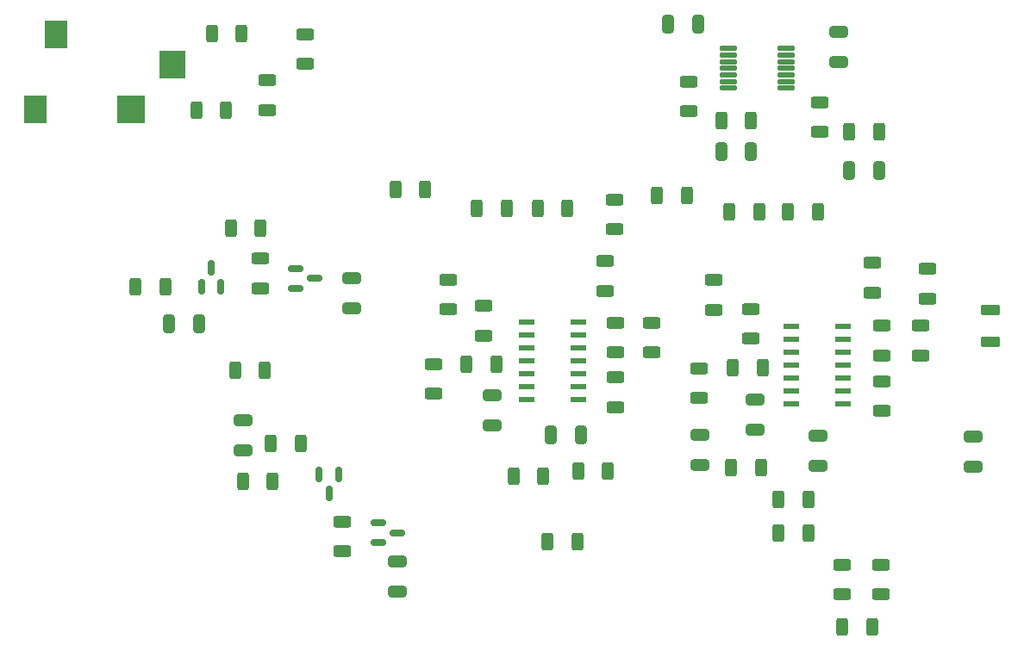
<source format=gtp>
G04 #@! TF.GenerationSoftware,KiCad,Pcbnew,6.0.9-8da3e8f707~117~ubuntu20.04.1*
G04 #@! TF.CreationDate,2022-12-08T14:13:37-05:00*
G04 #@! TF.ProjectId,sdt_qse_1496,7364745f-7173-4655-9f31-3439362e6b69,1.0*
G04 #@! TF.SameCoordinates,Original*
G04 #@! TF.FileFunction,Paste,Top*
G04 #@! TF.FilePolarity,Positive*
%FSLAX46Y46*%
G04 Gerber Fmt 4.6, Leading zero omitted, Abs format (unit mm)*
G04 Created by KiCad (PCBNEW 6.0.9-8da3e8f707~117~ubuntu20.04.1) date 2022-12-08 14:13:37*
%MOMM*%
%LPD*%
G01*
G04 APERTURE LIST*
G04 Aperture macros list*
%AMRoundRect*
0 Rectangle with rounded corners*
0 $1 Rounding radius*
0 $2 $3 $4 $5 $6 $7 $8 $9 X,Y pos of 4 corners*
0 Add a 4 corners polygon primitive as box body*
4,1,4,$2,$3,$4,$5,$6,$7,$8,$9,$2,$3,0*
0 Add four circle primitives for the rounded corners*
1,1,$1+$1,$2,$3*
1,1,$1+$1,$4,$5*
1,1,$1+$1,$6,$7*
1,1,$1+$1,$8,$9*
0 Add four rect primitives between the rounded corners*
20,1,$1+$1,$2,$3,$4,$5,0*
20,1,$1+$1,$4,$5,$6,$7,0*
20,1,$1+$1,$6,$7,$8,$9,0*
20,1,$1+$1,$8,$9,$2,$3,0*%
G04 Aperture macros list end*
%ADD10RoundRect,0.250000X0.700000X-0.275000X0.700000X0.275000X-0.700000X0.275000X-0.700000X-0.275000X0*%
%ADD11R,1.600200X0.558800*%
%ADD12R,2.200000X2.800000*%
%ADD13R,2.800000X2.800000*%
%ADD14R,2.600000X2.800000*%
%ADD15RoundRect,0.250000X-0.625000X0.312500X-0.625000X-0.312500X0.625000X-0.312500X0.625000X0.312500X0*%
%ADD16RoundRect,0.250000X-0.312500X-0.625000X0.312500X-0.625000X0.312500X0.625000X-0.312500X0.625000X0*%
%ADD17RoundRect,0.020500X-0.764500X-0.184500X0.764500X-0.184500X0.764500X0.184500X-0.764500X0.184500X0*%
%ADD18RoundRect,0.250000X0.625000X-0.312500X0.625000X0.312500X-0.625000X0.312500X-0.625000X-0.312500X0*%
%ADD19RoundRect,0.250000X0.325000X0.650000X-0.325000X0.650000X-0.325000X-0.650000X0.325000X-0.650000X0*%
%ADD20RoundRect,0.250000X0.312500X0.625000X-0.312500X0.625000X-0.312500X-0.625000X0.312500X-0.625000X0*%
%ADD21RoundRect,0.150000X-0.587500X-0.150000X0.587500X-0.150000X0.587500X0.150000X-0.587500X0.150000X0*%
%ADD22RoundRect,0.150000X0.150000X-0.587500X0.150000X0.587500X-0.150000X0.587500X-0.150000X-0.587500X0*%
%ADD23RoundRect,0.250000X-0.650000X0.325000X-0.650000X-0.325000X0.650000X-0.325000X0.650000X0.325000X0*%
%ADD24RoundRect,0.250000X-0.325000X-0.650000X0.325000X-0.650000X0.325000X0.650000X-0.325000X0.650000X0*%
%ADD25RoundRect,0.150000X-0.150000X0.587500X-0.150000X-0.587500X0.150000X-0.587500X0.150000X0.587500X0*%
%ADD26RoundRect,0.250000X0.650000X-0.325000X0.650000X0.325000X-0.650000X0.325000X-0.650000X-0.325000X0*%
G04 APERTURE END LIST*
D10*
X191500000Y-104025000D03*
X191500000Y-100875000D03*
D11*
X171947300Y-102540000D03*
X171947300Y-103810000D03*
X171947300Y-105080000D03*
X171947300Y-106350000D03*
X171947300Y-107620000D03*
X171947300Y-108890000D03*
X171947300Y-110160000D03*
X177052700Y-110160000D03*
X177052700Y-108890000D03*
X177052700Y-107620000D03*
X177052700Y-106350000D03*
X177052700Y-105080000D03*
X177052700Y-103810000D03*
X177052700Y-102540000D03*
X145947300Y-102065000D03*
X145947300Y-103335000D03*
X145947300Y-104605000D03*
X145947300Y-105875000D03*
X145947300Y-107145000D03*
X145947300Y-108415000D03*
X145947300Y-109685000D03*
X151052700Y-109685000D03*
X151052700Y-108415000D03*
X151052700Y-107145000D03*
X151052700Y-105875000D03*
X151052700Y-104605000D03*
X151052700Y-103335000D03*
X151052700Y-102065000D03*
D12*
X97737500Y-81200000D03*
D13*
X107137500Y-81200000D03*
D12*
X99737500Y-73800000D03*
D14*
X111137500Y-76750000D03*
D15*
X174760000Y-80457500D03*
X174760000Y-83382500D03*
D16*
X148012500Y-123650000D03*
X150937500Y-123650000D03*
D17*
X165755000Y-75175000D03*
X165755000Y-75825000D03*
X165755000Y-76475000D03*
X165755000Y-77125000D03*
X165755000Y-77775000D03*
X165755000Y-78425000D03*
X165755000Y-79075000D03*
X171495000Y-79075000D03*
X171495000Y-78425000D03*
X171495000Y-77775000D03*
X171495000Y-77125000D03*
X171495000Y-76475000D03*
X171495000Y-75825000D03*
X171495000Y-75175000D03*
D18*
X164350000Y-100862500D03*
X164350000Y-97937500D03*
D19*
X162845000Y-72825000D03*
X159895000Y-72825000D03*
D15*
X180850000Y-102462500D03*
X180850000Y-105387500D03*
D20*
X180592500Y-83400000D03*
X177667500Y-83400000D03*
D21*
X131412500Y-121850000D03*
X131412500Y-123750000D03*
X133287500Y-122800000D03*
D16*
X113537500Y-81250000D03*
X116462500Y-81250000D03*
X151012500Y-116750000D03*
X153937500Y-116750000D03*
D15*
X124250000Y-73787500D03*
X124250000Y-76712500D03*
X136850000Y-106212500D03*
X136850000Y-109137500D03*
D22*
X114050000Y-98637500D03*
X115950000Y-98637500D03*
X115000000Y-96762500D03*
D23*
X142625000Y-109300000D03*
X142625000Y-112250000D03*
D16*
X144662500Y-117225000D03*
X147587500Y-117225000D03*
D15*
X167975000Y-100787500D03*
X167975000Y-103712500D03*
D20*
X144022500Y-90940000D03*
X141097500Y-90940000D03*
X168797500Y-91280000D03*
X165872500Y-91280000D03*
D16*
X118087500Y-117750000D03*
X121012500Y-117750000D03*
X171632500Y-91280000D03*
X174557500Y-91280000D03*
D24*
X177650000Y-87200000D03*
X180600000Y-87200000D03*
D16*
X115037500Y-73750000D03*
X117962500Y-73750000D03*
X147047500Y-90940000D03*
X149972500Y-90940000D03*
D23*
X133275000Y-125600000D03*
X133275000Y-128550000D03*
D15*
X185350000Y-96837500D03*
X185350000Y-99762500D03*
D18*
X179900000Y-99187500D03*
X179900000Y-96262500D03*
X180850000Y-110837500D03*
X180850000Y-107912500D03*
D20*
X173662500Y-122850000D03*
X170737500Y-122850000D03*
D23*
X189800000Y-113325000D03*
X189800000Y-116275000D03*
D15*
X161860000Y-78427500D03*
X161860000Y-81352500D03*
D18*
X120500000Y-81212500D03*
X120500000Y-78287500D03*
D15*
X127850000Y-121687500D03*
X127850000Y-124612500D03*
X141725000Y-100487500D03*
X141725000Y-103412500D03*
D16*
X140087500Y-106200000D03*
X143012500Y-106200000D03*
D20*
X168022500Y-82240000D03*
X165097500Y-82240000D03*
D15*
X154675000Y-102137500D03*
X154675000Y-105062500D03*
D16*
X158762500Y-89625000D03*
X161687500Y-89625000D03*
D23*
X174575000Y-113250000D03*
X174575000Y-116200000D03*
D21*
X123262500Y-96850000D03*
X123262500Y-98750000D03*
X125137500Y-97800000D03*
D15*
X162925000Y-106612500D03*
X162925000Y-109537500D03*
D20*
X168962500Y-116425000D03*
X166037500Y-116425000D03*
D24*
X148350000Y-113175000D03*
X151300000Y-113175000D03*
D18*
X138300000Y-100837500D03*
X138300000Y-97912500D03*
X180800000Y-128862500D03*
X180800000Y-125937500D03*
D25*
X127500000Y-117062500D03*
X125600000Y-117062500D03*
X126550000Y-118937500D03*
D16*
X133062500Y-89025000D03*
X135987500Y-89025000D03*
D26*
X176650000Y-76500000D03*
X176650000Y-73550000D03*
D18*
X154675000Y-110462500D03*
X154675000Y-107537500D03*
D16*
X120837500Y-114050000D03*
X123762500Y-114050000D03*
D24*
X110850000Y-102275000D03*
X113800000Y-102275000D03*
D18*
X177000000Y-128862500D03*
X177000000Y-125937500D03*
X153700000Y-99012500D03*
X153700000Y-96087500D03*
D23*
X128775000Y-97800000D03*
X128775000Y-100750000D03*
X168375000Y-109700000D03*
X168375000Y-112650000D03*
D15*
X154575000Y-90037500D03*
X154575000Y-92962500D03*
D20*
X120262500Y-106800000D03*
X117337500Y-106800000D03*
D18*
X158275000Y-105087500D03*
X158275000Y-102162500D03*
D16*
X107537500Y-98600000D03*
X110462500Y-98600000D03*
X116912500Y-92825000D03*
X119837500Y-92825000D03*
D18*
X184675000Y-105387500D03*
X184675000Y-102462500D03*
D23*
X163025000Y-113200000D03*
X163025000Y-116150000D03*
D15*
X119825000Y-95837500D03*
X119825000Y-98762500D03*
D26*
X118100000Y-114725000D03*
X118100000Y-111775000D03*
D24*
X165075000Y-85350000D03*
X168025000Y-85350000D03*
D20*
X179912500Y-132025000D03*
X176987500Y-132025000D03*
X173662500Y-119500000D03*
X170737500Y-119500000D03*
D16*
X166212500Y-106600000D03*
X169137500Y-106600000D03*
M02*

</source>
